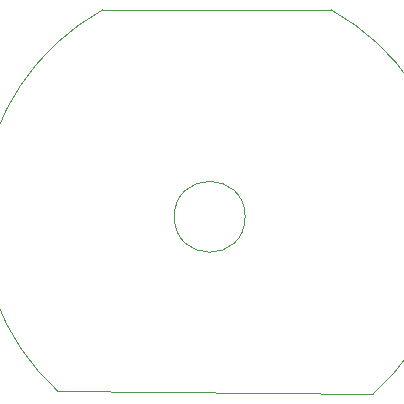
<source format=gbr>
%TF.GenerationSoftware,KiCad,Pcbnew,(6.0.10)*%
%TF.CreationDate,2023-09-05T22:10:59+02:00*%
%TF.ProjectId,Pump PCB,50756d70-2050-4434-922e-6b696361645f,rev?*%
%TF.SameCoordinates,Original*%
%TF.FileFunction,Profile,NP*%
%FSLAX46Y46*%
G04 Gerber Fmt 4.6, Leading zero omitted, Abs format (unit mm)*
G04 Created by KiCad (PCBNEW (6.0.10)) date 2023-09-05 22:10:59*
%MOMM*%
%LPD*%
G01*
G04 APERTURE LIST*
%TA.AperFunction,Profile*%
%ADD10C,0.050000*%
%TD*%
%TA.AperFunction,Profile*%
%ADD11C,0.100000*%
%TD*%
G04 APERTURE END LIST*
D10*
X131778000Y-57150000D02*
G75*
G03*
X131778000Y-57150000I-3000000J0D01*
G01*
D11*
X142621000Y-72136000D02*
G75*
G03*
X139067988Y-39635037I-13230435J14998336D01*
G01*
X142621000Y-72136000D02*
X115931820Y-71931836D01*
X119713014Y-39635037D02*
X139067988Y-39635037D01*
X119713017Y-39635042D02*
G75*
G03*
X115931820Y-71931836I9677483J-17502748D01*
G01*
M02*

</source>
